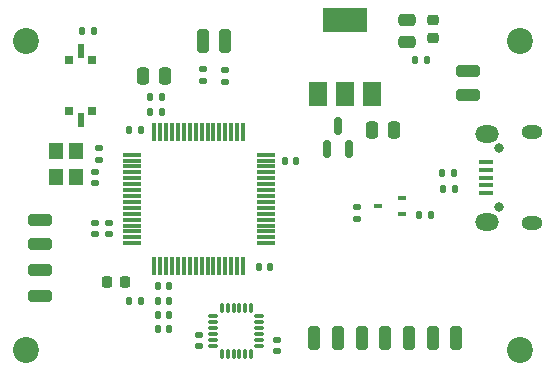
<source format=gbr>
%TF.GenerationSoftware,KiCad,Pcbnew,6.0.6-3a73a75311~116~ubuntu20.04.1*%
%TF.CreationDate,2022-07-21T13:32:12-07:00*%
%TF.ProjectId,Drone Flight Controller,44726f6e-6520-4466-9c69-67687420436f,rev?*%
%TF.SameCoordinates,Original*%
%TF.FileFunction,Soldermask,Top*%
%TF.FilePolarity,Negative*%
%FSLAX46Y46*%
G04 Gerber Fmt 4.6, Leading zero omitted, Abs format (unit mm)*
G04 Created by KiCad (PCBNEW 6.0.6-3a73a75311~116~ubuntu20.04.1) date 2022-07-21 13:32:12*
%MOMM*%
%LPD*%
G01*
G04 APERTURE LIST*
G04 Aperture macros list*
%AMRoundRect*
0 Rectangle with rounded corners*
0 $1 Rounding radius*
0 $2 $3 $4 $5 $6 $7 $8 $9 X,Y pos of 4 corners*
0 Add a 4 corners polygon primitive as box body*
4,1,4,$2,$3,$4,$5,$6,$7,$8,$9,$2,$3,0*
0 Add four circle primitives for the rounded corners*
1,1,$1+$1,$2,$3*
1,1,$1+$1,$4,$5*
1,1,$1+$1,$6,$7*
1,1,$1+$1,$8,$9*
0 Add four rect primitives between the rounded corners*
20,1,$1+$1,$2,$3,$4,$5,0*
20,1,$1+$1,$4,$5,$6,$7,0*
20,1,$1+$1,$6,$7,$8,$9,0*
20,1,$1+$1,$8,$9,$2,$3,0*%
G04 Aperture macros list end*
%ADD10RoundRect,0.250000X0.750000X-0.250000X0.750000X0.250000X-0.750000X0.250000X-0.750000X-0.250000X0*%
%ADD11RoundRect,0.250000X0.250000X0.750000X-0.250000X0.750000X-0.250000X-0.750000X0.250000X-0.750000X0*%
%ADD12RoundRect,0.140000X-0.140000X-0.170000X0.140000X-0.170000X0.140000X0.170000X-0.140000X0.170000X0*%
%ADD13RoundRect,0.250000X-0.250000X-0.475000X0.250000X-0.475000X0.250000X0.475000X-0.250000X0.475000X0*%
%ADD14RoundRect,0.250000X-0.250000X-0.750000X0.250000X-0.750000X0.250000X0.750000X-0.250000X0.750000X0*%
%ADD15RoundRect,0.250000X-0.475000X0.250000X-0.475000X-0.250000X0.475000X-0.250000X0.475000X0.250000X0*%
%ADD16RoundRect,0.135000X-0.135000X-0.185000X0.135000X-0.185000X0.135000X0.185000X-0.135000X0.185000X0*%
%ADD17RoundRect,0.075000X-0.700000X-0.075000X0.700000X-0.075000X0.700000X0.075000X-0.700000X0.075000X0*%
%ADD18RoundRect,0.075000X-0.075000X-0.700000X0.075000X-0.700000X0.075000X0.700000X-0.075000X0.700000X0*%
%ADD19RoundRect,0.075000X-0.075000X0.350000X-0.075000X-0.350000X0.075000X-0.350000X0.075000X0.350000X0*%
%ADD20RoundRect,0.075000X-0.350000X-0.075000X0.350000X-0.075000X0.350000X0.075000X-0.350000X0.075000X0*%
%ADD21R,1.200000X1.400000*%
%ADD22RoundRect,0.250000X-0.750000X0.250000X-0.750000X-0.250000X0.750000X-0.250000X0.750000X0.250000X0*%
%ADD23RoundRect,0.218750X0.256250X-0.218750X0.256250X0.218750X-0.256250X0.218750X-0.256250X-0.218750X0*%
%ADD24RoundRect,0.135000X0.135000X0.185000X-0.135000X0.185000X-0.135000X-0.185000X0.135000X-0.185000X0*%
%ADD25RoundRect,0.218750X-0.218750X-0.256250X0.218750X-0.256250X0.218750X0.256250X-0.218750X0.256250X0*%
%ADD26RoundRect,0.150000X0.150000X-0.587500X0.150000X0.587500X-0.150000X0.587500X-0.150000X-0.587500X0*%
%ADD27RoundRect,0.140000X0.140000X0.170000X-0.140000X0.170000X-0.140000X-0.170000X0.140000X-0.170000X0*%
%ADD28RoundRect,0.140000X0.170000X-0.140000X0.170000X0.140000X-0.170000X0.140000X-0.170000X-0.140000X0*%
%ADD29C,2.200000*%
%ADD30RoundRect,0.140000X-0.170000X0.140000X-0.170000X-0.140000X0.170000X-0.140000X0.170000X0.140000X0*%
%ADD31RoundRect,0.135000X0.185000X-0.135000X0.185000X0.135000X-0.185000X0.135000X-0.185000X-0.135000X0*%
%ADD32R,0.500000X1.200000*%
%ADD33R,0.700000X0.700000*%
%ADD34R,0.700000X0.450000*%
%ADD35R,1.500000X2.000000*%
%ADD36R,3.800000X2.000000*%
%ADD37RoundRect,0.135000X-0.185000X0.135000X-0.185000X-0.135000X0.185000X-0.135000X0.185000X0.135000X0*%
%ADD38O,0.800000X0.800000*%
%ADD39R,1.300000X0.450000*%
%ADD40O,2.000000X1.450000*%
%ADD41O,1.800000X1.150000*%
G04 APERTURE END LIST*
D10*
%TO.C,*%
X79600000Y-81200000D03*
%TD*%
%TO.C,*%
X79600000Y-79200000D03*
%TD*%
D11*
%TO.C,J5*%
X78600000Y-101800000D03*
%TD*%
D12*
%TO.C,C14*%
X64120000Y-86800000D03*
X65080000Y-86800000D03*
%TD*%
D13*
%TO.C,C1*%
X71450000Y-84200000D03*
X73350000Y-84200000D03*
%TD*%
D14*
%TO.C,J11*%
X57200000Y-76600000D03*
%TD*%
D15*
%TO.C,C2*%
X74400000Y-74850000D03*
X74400000Y-76750000D03*
%TD*%
D16*
%TO.C,R4*%
X77490000Y-89200000D03*
X78510000Y-89200000D03*
%TD*%
D17*
%TO.C,U3*%
X51125000Y-86250000D03*
X51125000Y-86750000D03*
X51125000Y-87250000D03*
X51125000Y-87750000D03*
X51125000Y-88250000D03*
X51125000Y-88750000D03*
X51125000Y-89250000D03*
X51125000Y-89750000D03*
X51125000Y-90250000D03*
X51125000Y-90750000D03*
X51125000Y-91250000D03*
X51125000Y-91750000D03*
X51125000Y-92250000D03*
X51125000Y-92750000D03*
X51125000Y-93250000D03*
X51125000Y-93750000D03*
D18*
X53050000Y-95675000D03*
X53550000Y-95675000D03*
X54050000Y-95675000D03*
X54550000Y-95675000D03*
X55050000Y-95675000D03*
X55550000Y-95675000D03*
X56050000Y-95675000D03*
X56550000Y-95675000D03*
X57050000Y-95675000D03*
X57550000Y-95675000D03*
X58050000Y-95675000D03*
X58550000Y-95675000D03*
X59050000Y-95675000D03*
X59550000Y-95675000D03*
X60050000Y-95675000D03*
X60550000Y-95675000D03*
D17*
X62475000Y-93750000D03*
X62475000Y-93250000D03*
X62475000Y-92750000D03*
X62475000Y-92250000D03*
X62475000Y-91750000D03*
X62475000Y-91250000D03*
X62475000Y-90750000D03*
X62475000Y-90250000D03*
X62475000Y-89750000D03*
X62475000Y-89250000D03*
X62475000Y-88750000D03*
X62475000Y-88250000D03*
X62475000Y-87750000D03*
X62475000Y-87250000D03*
X62475000Y-86750000D03*
X62475000Y-86250000D03*
D18*
X60550000Y-84325000D03*
X60050000Y-84325000D03*
X59550000Y-84325000D03*
X59050000Y-84325000D03*
X58550000Y-84325000D03*
X58050000Y-84325000D03*
X57550000Y-84325000D03*
X57050000Y-84325000D03*
X56550000Y-84325000D03*
X56050000Y-84325000D03*
X55550000Y-84325000D03*
X55050000Y-84325000D03*
X54550000Y-84325000D03*
X54050000Y-84325000D03*
X53550000Y-84325000D03*
X53050000Y-84325000D03*
%TD*%
D13*
%TO.C,C3*%
X52050000Y-79600000D03*
X53950000Y-79600000D03*
%TD*%
D19*
%TO.C,U2*%
X61250000Y-99250000D03*
X60750000Y-99250000D03*
X60250000Y-99250000D03*
X59750000Y-99250000D03*
X59250000Y-99250000D03*
X58750000Y-99250000D03*
D20*
X58050000Y-99950000D03*
X58050000Y-100450000D03*
X58050000Y-100950000D03*
X58050000Y-101450000D03*
X58050000Y-101950000D03*
X58050000Y-102450000D03*
D19*
X58750000Y-103150000D03*
X59250000Y-103150000D03*
X59750000Y-103150000D03*
X60250000Y-103150000D03*
X60750000Y-103150000D03*
X61250000Y-103150000D03*
D20*
X61950000Y-102450000D03*
X61950000Y-101950000D03*
X61950000Y-101450000D03*
X61950000Y-100950000D03*
X61950000Y-100450000D03*
X61950000Y-99950000D03*
%TD*%
D21*
%TO.C,Y1*%
X44750000Y-85900000D03*
X44750000Y-88100000D03*
X46450000Y-88100000D03*
X46450000Y-85900000D03*
%TD*%
D22*
%TO.C,J7*%
X43400000Y-98200000D03*
%TD*%
D23*
%TO.C,D2*%
X76600000Y-76387500D03*
X76600000Y-74812500D03*
%TD*%
D24*
%TO.C,R1*%
X76110000Y-78200000D03*
X75090000Y-78200000D03*
%TD*%
D14*
%TO.C,J13*%
X66600000Y-101800000D03*
%TD*%
D25*
%TO.C,FB1*%
X49012500Y-97000000D03*
X50587500Y-97000000D03*
%TD*%
D14*
%TO.C,J8*%
X70600000Y-101800000D03*
%TD*%
%TO.C,J12*%
X74600000Y-101800000D03*
%TD*%
D26*
%TO.C,D1*%
X67650000Y-85737500D03*
X69550000Y-85737500D03*
X68600000Y-83862500D03*
%TD*%
D16*
%TO.C,R3*%
X77400000Y-87800000D03*
X78420000Y-87800000D03*
%TD*%
%TO.C,R2*%
X46890000Y-75800000D03*
X47910000Y-75800000D03*
%TD*%
D27*
%TO.C,C6*%
X54280000Y-97400000D03*
X53320000Y-97400000D03*
%TD*%
D28*
%TO.C,C15*%
X48400000Y-86680000D03*
X48400000Y-85720000D03*
%TD*%
D14*
%TO.C,J14*%
X68600000Y-101800000D03*
%TD*%
D27*
%TO.C,C17*%
X54280000Y-101000000D03*
X53320000Y-101000000D03*
%TD*%
D29*
%TO.C,H2*%
X42200000Y-76600000D03*
%TD*%
D22*
%TO.C,J6*%
X43400000Y-96000000D03*
%TD*%
D12*
%TO.C,C13*%
X61920000Y-95800000D03*
X62880000Y-95800000D03*
%TD*%
D22*
%TO.C,J2*%
X43400000Y-91800000D03*
%TD*%
D14*
%TO.C,J10*%
X72600000Y-101800000D03*
%TD*%
D29*
%TO.C,H4*%
X84000000Y-102800000D03*
%TD*%
D22*
%TO.C,J3*%
X43400000Y-93800000D03*
%TD*%
D27*
%TO.C,C7*%
X54280000Y-98600000D03*
X53320000Y-98600000D03*
%TD*%
%TO.C,C4*%
X54280000Y-99800000D03*
X53320000Y-99800000D03*
%TD*%
D14*
%TO.C,J9*%
X59000000Y-76600000D03*
%TD*%
D29*
%TO.C,H1*%
X84000000Y-76600000D03*
%TD*%
D30*
%TO.C,C18*%
X63400000Y-101920000D03*
X63400000Y-102880000D03*
%TD*%
D31*
%TO.C,R5*%
X59000000Y-80110000D03*
X59000000Y-79090000D03*
%TD*%
%TO.C,R6*%
X57200000Y-80020000D03*
X57200000Y-79000000D03*
%TD*%
D28*
%TO.C,C10*%
X48000000Y-92960000D03*
X48000000Y-92000000D03*
%TD*%
D32*
%TO.C,SW1*%
X46800000Y-83350000D03*
X46800000Y-77450000D03*
D33*
X47800000Y-78250000D03*
X45800000Y-82550000D03*
X45800000Y-78250000D03*
X47800000Y-82550000D03*
%TD*%
D24*
%TO.C,R8*%
X76510000Y-91400000D03*
X75490000Y-91400000D03*
%TD*%
D29*
%TO.C,H3*%
X42200000Y-102800000D03*
%TD*%
D34*
%TO.C,Q1*%
X74000000Y-91250000D03*
X74000000Y-89950000D03*
X72000000Y-90600000D03*
%TD*%
D27*
%TO.C,C12*%
X51880000Y-84200000D03*
X50920000Y-84200000D03*
%TD*%
D35*
%TO.C,U1*%
X66900000Y-81150000D03*
X69200000Y-81150000D03*
D36*
X69200000Y-74850000D03*
D35*
X71500000Y-81150000D03*
%TD*%
D12*
%TO.C,C5*%
X52720000Y-81400000D03*
X53680000Y-81400000D03*
%TD*%
D28*
%TO.C,C9*%
X49200000Y-92960000D03*
X49200000Y-92000000D03*
%TD*%
D30*
%TO.C,C19*%
X56800000Y-101520000D03*
X56800000Y-102480000D03*
%TD*%
D28*
%TO.C,C16*%
X48000000Y-88680000D03*
X48000000Y-87720000D03*
%TD*%
D12*
%TO.C,C8*%
X52720000Y-82600000D03*
X53680000Y-82600000D03*
%TD*%
D37*
%TO.C,R7*%
X70200000Y-90690000D03*
X70200000Y-91710000D03*
%TD*%
D38*
%TO.C,J1*%
X82245000Y-90700000D03*
X82245000Y-85700000D03*
D39*
X81145000Y-89500000D03*
X81145000Y-88850000D03*
X81145000Y-88200000D03*
X81145000Y-87550000D03*
X81145000Y-86900000D03*
D40*
X81195000Y-84475000D03*
X81195000Y-91925000D03*
D41*
X84995000Y-92075000D03*
X84995000Y-84325000D03*
%TD*%
D12*
%TO.C,C11*%
X50920000Y-98600000D03*
X51880000Y-98600000D03*
%TD*%
D11*
%TO.C,J4*%
X76600000Y-101800000D03*
%TD*%
M02*

</source>
